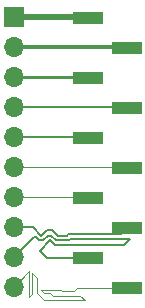
<source format=gbr>
%TF.GenerationSoftware,KiCad,Pcbnew,5.1.12-84ad8e8a86~92~ubuntu18.04.1*%
%TF.CreationDate,2021-11-26T14:22:32-05:00*%
%TF.ProjectId,test,74657374-2e6b-4696-9361-645f70636258,rev?*%
%TF.SameCoordinates,Original*%
%TF.FileFunction,Copper,L1,Top*%
%TF.FilePolarity,Positive*%
%FSLAX46Y46*%
G04 Gerber Fmt 4.6, Leading zero omitted, Abs format (unit mm)*
G04 Created by KiCad (PCBNEW 5.1.12-84ad8e8a86~92~ubuntu18.04.1) date 2021-11-26 14:22:32*
%MOMM*%
%LPD*%
G01*
G04 APERTURE LIST*
%TA.AperFunction,SMDPad,CuDef*%
%ADD10R,2.510000X1.000000*%
%TD*%
%TA.AperFunction,ComponentPad*%
%ADD11R,1.700000X1.700000*%
%TD*%
%TA.AperFunction,ComponentPad*%
%ADD12O,1.700000X1.700000*%
%TD*%
%TA.AperFunction,Conductor*%
%ADD13C,0.100000*%
%TD*%
%TA.AperFunction,Conductor*%
%ADD14C,0.200000*%
%TD*%
%TA.AperFunction,Conductor*%
%ADD15C,0.300000*%
%TD*%
%TA.AperFunction,Conductor*%
%ADD16C,0.050000*%
%TD*%
%TA.AperFunction,Conductor*%
%ADD17C,0.150000*%
%TD*%
%TA.AperFunction,Conductor*%
%ADD18C,0.250000*%
%TD*%
%TA.AperFunction,Conductor*%
%ADD19C,0.500000*%
%TD*%
G04 APERTURE END LIST*
D10*
%TO.P,J1,1*%
%TO.N,Net-(J1-Pad1)*%
X14994000Y-22733000D03*
%TO.P,J1,3*%
%TO.N,Net-(J1-Pad3)*%
X14994000Y-17653000D03*
%TO.P,J1,5*%
%TO.N,Net-(J1-Pad5)*%
X14994000Y-12573000D03*
%TO.P,J1,7*%
%TO.N,Net-(J1-Pad7)*%
X14994000Y-7493000D03*
%TO.P,J1,9*%
%TO.N,Net-(J1-Pad9)*%
X14994000Y-2413000D03*
%TO.P,J1,2*%
%TO.N,Net-(J1-Pad2)*%
X11684000Y-20193000D03*
%TO.P,J1,4*%
%TO.N,Net-(J1-Pad4)*%
X11684000Y-15113000D03*
%TO.P,J1,6*%
%TO.N,Net-(J1-Pad6)*%
X11684000Y-10033000D03*
%TO.P,J1,8*%
%TO.N,Net-(J1-Pad8)*%
X11684000Y-4953000D03*
%TO.P,J1,10*%
%TO.N,Net-(J1-Pad10)*%
X11684000Y127000D03*
%TD*%
D11*
%TO.P,J2,1*%
%TO.N,Net-(J1-Pad10)*%
X5381001Y206999D03*
D12*
%TO.P,J2,2*%
%TO.N,Net-(J1-Pad9)*%
X5381001Y-2333001D03*
%TO.P,J2,3*%
%TO.N,Net-(J1-Pad8)*%
X5381001Y-4873001D03*
%TO.P,J2,4*%
%TO.N,Net-(J1-Pad7)*%
X5381001Y-7413001D03*
%TO.P,J2,5*%
%TO.N,Net-(J1-Pad6)*%
X5381001Y-9953001D03*
%TO.P,J2,6*%
%TO.N,Net-(J1-Pad5)*%
X5381001Y-12493001D03*
%TO.P,J2,7*%
%TO.N,Net-(J1-Pad4)*%
X5381001Y-15033001D03*
%TO.P,J2,8*%
%TO.N,Net-(J1-Pad3)*%
X5381001Y-17573001D03*
%TO.P,J2,9*%
%TO.N,Net-(J1-Pad2)*%
X5381001Y-20113001D03*
%TO.P,J2,10*%
%TO.N,Net-(J1-Pad1)*%
X5381001Y-22653001D03*
%TD*%
D13*
%TO.N,Net-(J1-Pad1)*%
X5381001Y-22653001D02*
X6731000Y-21303002D01*
X6731000Y-21303002D02*
X6731000Y-23495000D01*
X6731000Y-23495000D02*
X6985000Y-23241000D01*
X6985000Y-23241000D02*
X6985000Y-21463000D01*
X6985000Y-21463000D02*
X7366000Y-21844000D01*
X7366000Y-21844000D02*
X7366000Y-23114000D01*
X7366000Y-23114000D02*
X8001000Y-23749000D01*
X8001000Y-23749000D02*
X11430000Y-23749000D01*
X11430000Y-23749000D02*
X11049000Y-23368000D01*
X11049000Y-23368000D02*
X8763000Y-23368000D01*
X8763000Y-23368000D02*
X8509000Y-23114000D01*
X8509000Y-23114000D02*
X8001000Y-23114000D01*
X8001000Y-23114000D02*
X7747000Y-22860000D01*
X7747000Y-22860000D02*
X9398000Y-22860000D01*
X9398000Y-22860000D02*
X9525000Y-22987000D01*
X9525000Y-22987000D02*
X10541000Y-22987000D01*
X10541000Y-22987000D02*
X10795000Y-22733000D01*
X10795000Y-22733000D02*
X14994000Y-22733000D01*
D14*
%TO.N,Net-(J1-Pad3)*%
X14486000Y-18161000D02*
X14994000Y-17653000D01*
X10033000Y-18161000D02*
X14486000Y-18161000D01*
X9906000Y-18288000D02*
X10033000Y-18161000D01*
X7032001Y-17573001D02*
X7747000Y-18288000D01*
X5381001Y-17573001D02*
X7032001Y-17573001D01*
X7747000Y-18288000D02*
X8255000Y-17780000D01*
X8255000Y-17780000D02*
X8636000Y-17780000D01*
X8636000Y-17780000D02*
X9144000Y-18288000D01*
X9144000Y-18288000D02*
X9906000Y-18288000D01*
D13*
%TO.N,Net-(J1-Pad5)*%
X14914001Y-12493001D02*
X14994000Y-12573000D01*
X5381001Y-12493001D02*
X14914001Y-12493001D01*
D14*
%TO.N,Net-(J1-Pad7)*%
X14914001Y-7413001D02*
X14994000Y-7493000D01*
X5381001Y-7413001D02*
X14914001Y-7413001D01*
D15*
%TO.N,Net-(J1-Pad9)*%
X14914001Y-2333001D02*
X14994000Y-2413000D01*
X5381001Y-2333001D02*
X14914001Y-2333001D01*
D14*
%TO.N,Net-(J1-Pad2)*%
X5381001Y-20113001D02*
X7083151Y-18410851D01*
X7581310Y-18688008D02*
X7912690Y-18688008D01*
X7083151Y-18410851D02*
X7304153Y-18410851D01*
X7304153Y-18410851D02*
X7581310Y-18688008D01*
X8978311Y-18688010D02*
X10071689Y-18688010D01*
X8578302Y-18288000D02*
X8978311Y-18688010D01*
X7912690Y-18688008D02*
X8312698Y-18288000D01*
X8312698Y-18288000D02*
X8578302Y-18288000D01*
X10071689Y-18688010D02*
X10198689Y-18561010D01*
X10198689Y-18561010D02*
X15259010Y-18561010D01*
X15259010Y-18561010D02*
X14770020Y-19050000D01*
X14770020Y-19050000D02*
X8890000Y-19050000D01*
X8890000Y-19050000D02*
X8509000Y-18669000D01*
X8509000Y-18669000D02*
X7620000Y-19558000D01*
X8255000Y-20193000D02*
X11684000Y-20193000D01*
X7620000Y-19558000D02*
X8255000Y-20193000D01*
D16*
%TO.N,Net-(J1-Pad4)*%
X11604001Y-15033001D02*
X11684000Y-15113000D01*
X5381001Y-15033001D02*
X11604001Y-15033001D01*
D17*
%TO.N,Net-(J1-Pad6)*%
X11604001Y-9953001D02*
X11684000Y-10033000D01*
X5381001Y-9953001D02*
X11604001Y-9953001D01*
D18*
%TO.N,Net-(J1-Pad8)*%
X11604001Y-4873001D02*
X11684000Y-4953000D01*
X5381001Y-4873001D02*
X11604001Y-4873001D01*
D19*
%TO.N,Net-(J1-Pad10)*%
X11604001Y206999D02*
X11684000Y127000D01*
X5381001Y206999D02*
X11604001Y206999D01*
%TD*%
M02*

</source>
